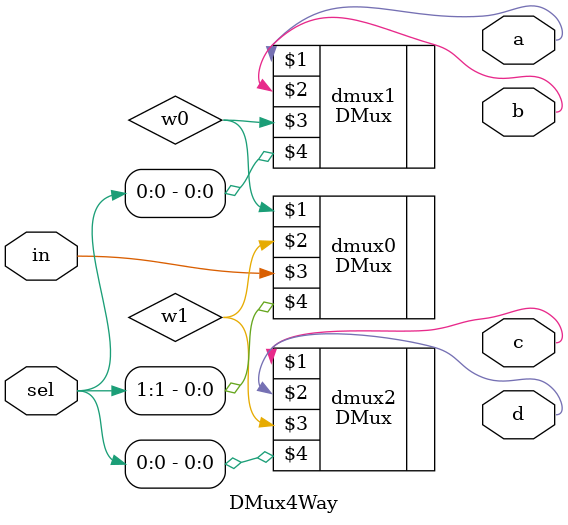
<source format=v>
/* módulo DMux4Way */

`ifndef _DMux4Way_
`define _DMux4Way_

`include "DMux.v"

module DMux4Way(a, b, c, d, in, sel);
    input in;
    input [1:0] sel;
    output a, b, c, d;
    wire w0, w1;

    // 

    DMux dmux0(w0, w1, in, sel[1]);
    DMux dmux1(a, b, w0, sel[0]);
    DMux dmux2(c, d, w1, sel[0]);

endmodule

`endif
</source>
